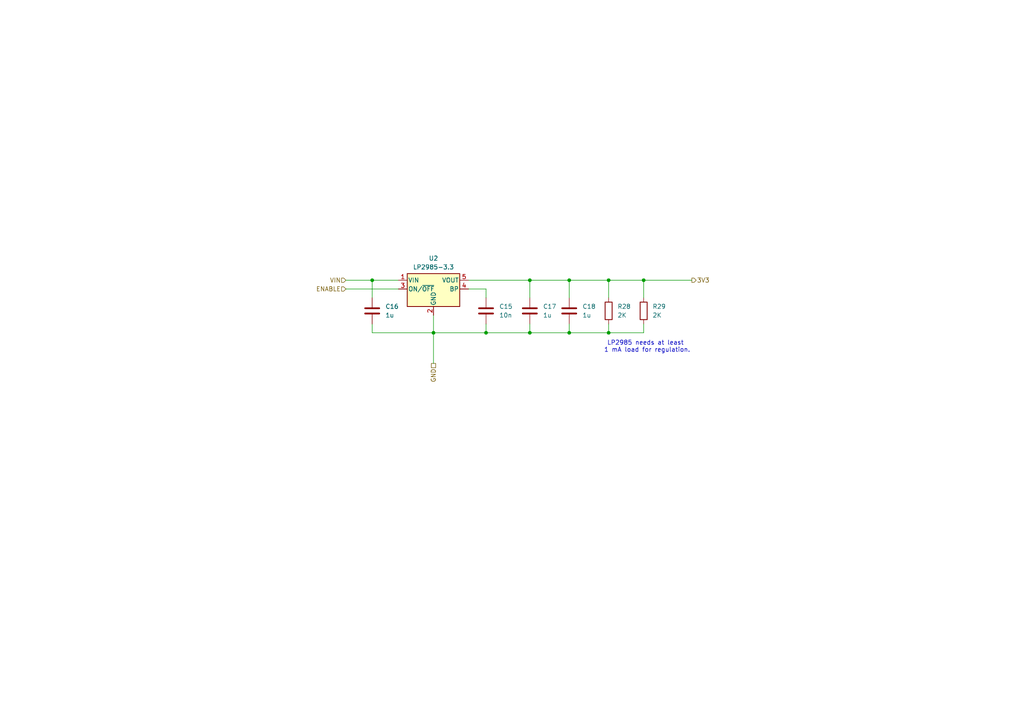
<source format=kicad_sch>
(kicad_sch (version 20231120) (generator "eeschema") (generator_version "8.0")
  (paper "A4")
  (lib_symbols
    (symbol "Device:C" (pin_numbers hide) (pin_names (offset 0.254))
      (property "Reference" "C" (at 0.635 2.54 0))
      (property "Value" "C" (at 0.635 -2.54 0))
      (symbol "C_0_1"
        (polyline (pts (xy -2.032 -0.762) (xy 2.032 -0.762)) (stroke (width 0.508)))
        (polyline (pts (xy -2.032 0.762) (xy 2.032 0.762)) (stroke (width 0.508)))
      )
      (symbol "C_1_1"
        (pin passive line (at 0 3.81 270) (length 2.794) (name "~") (number "1"))
        (pin passive line (at 0 -3.81 90) (length 2.794) (name "~") (number "2"))
      )
    )
    (symbol "Device:R" (pin_numbers hide) (pin_names (offset 0))
      (property "Reference" "R" (at 2.032 0 90))
      (property "Value" "R" (at 0 0 90))
      (symbol "R_0_1"
        (rectangle (start -1.016 -2.54) (end 1.016 2.54) (stroke (width 0.254)))
      )
      (symbol "R_1_1"
        (pin passive line (at 0 3.81 270) (length 1.27) (name "~") (number "1"))
        (pin passive line (at 0 -3.81 90) (length 1.27) (name "~") (number "2"))
      )
    )
    (symbol "Regulator_Linear:LP2985-3.3" (pin_names (offset 0.254))
      (property "Reference" "U" (at -6.35 5.715 0))
      (property "Value" "LP2985-3.3" (at 0 5.715 0))
      (symbol "LP2985-3.3_0_1"
        (rectangle (start -7.62 -5.08) (end 7.62 4.445) (stroke (width 0.254)) (fill (type background)))
      )
      (symbol "LP2985-3.3_1_1"
        (pin power_in line (at -10.16 2.54 0) (length 2.54) (name "VIN") (number "1"))
        (pin power_in line (at 0 -7.62 90) (length 2.54) (name "GND") (number "2"))
        (pin input line (at -10.16 0 0) (length 2.54) (name "ON/~{OFF}") (number "3"))
        (pin input line (at 10.16 0 180) (length 2.54) (name "BP") (number "4"))
        (pin power_out line (at 10.16 2.54 180) (length 2.54) (name "VOUT") (number "5"))
      )
    )
  )
  (junction (at 140.97 96.52))
  (junction (at 176.53 96.52))
  (junction (at 176.53 81.28))
  (junction (at 107.95 81.28))
  (junction (at 153.67 96.52))
  (junction (at 125.73 96.52))
  (junction (at 186.69 81.28))
  (junction (at 165.1 96.52))
  (junction (at 153.67 81.28))
  (junction (at 165.1 81.28))
  (wire (pts (xy 153.67 93.98) (xy 153.67 96.52)))
  (wire (pts (xy 186.69 93.98) (xy 186.69 96.52)))
  (wire (pts (xy 186.69 81.28) (xy 186.69 86.36)))
  (wire (pts (xy 186.69 81.28) (xy 200.66 81.28)))
  (wire (pts (xy 165.1 93.98) (xy 165.1 96.52)))
  (wire (pts (xy 176.53 81.28) (xy 176.53 86.36)))
  (wire (pts (xy 165.1 86.36) (xy 165.1 81.28)))
  (wire (pts (xy 176.53 93.98) (xy 176.53 96.52)))
  (wire (pts (xy 107.95 93.98) (xy 107.95 96.52)))
  (wire (pts (xy 165.1 96.52) (xy 153.67 96.52)))
  (wire (pts (xy 140.97 93.98) (xy 140.97 96.52)))
  (wire (pts (xy 135.89 81.28) (xy 153.67 81.28)))
  (wire (pts (xy 176.53 81.28) (xy 186.69 81.28)))
  (wire (pts (xy 140.97 83.82) (xy 140.97 86.36)))
  (wire (pts (xy 107.95 81.28) (xy 107.95 86.36)))
  (wire (pts (xy 107.95 81.28) (xy 115.57 81.28)))
  (wire (pts (xy 135.89 83.82) (xy 140.97 83.82)))
  (wire (pts (xy 125.73 96.52) (xy 140.97 96.52)))
  (wire (pts (xy 153.67 81.28) (xy 165.1 81.28)))
  (wire (pts (xy 100.33 81.28) (xy 107.95 81.28)))
  (wire (pts (xy 100.33 83.82) (xy 115.57 83.82)))
  (wire (pts (xy 153.67 81.28) (xy 153.67 86.36)))
  (wire (pts (xy 125.73 91.44) (xy 125.73 96.52)))
  (wire (pts (xy 176.53 96.52) (xy 165.1 96.52)))
  (wire (pts (xy 107.95 96.52) (xy 125.73 96.52)))
  (wire (pts (xy 165.1 81.28) (xy 176.53 81.28)))
  (wire (pts (xy 186.69 96.52) (xy 176.53 96.52)))
  (wire (pts (xy 153.67 96.52) (xy 140.97 96.52)))
  (wire (pts (xy 125.73 96.52) (xy 125.73 105.41)))
  (text "LP2985 needs at least \n1 mA load for regulation." (at 187.706 100.584 0) (effects (font (size 1.27 1.27))))
  (hierarchical_label "GND" (shape passive) (at 125.73 105.41 270))
  (hierarchical_label "VIN" (shape input) (at 100.33 81.28 180))
  (hierarchical_label "ENABLE" (shape input) (at 100.33 83.82 180))
  (hierarchical_label "3V3" (shape output) (at 200.66 81.28 0))
  (symbol (lib_id "Device:C") (at 153.67 90.17 0) (unit 1)
    (property "Reference" "C17" (at 157.48 88.8999 0) (effects (justify left)))
    (property "Value" "1u" (at 157.48 91.4399 0) (effects (justify left)))
    (property "Description" "Unpolarized capacitor" (effects (hide yes)))
  )
  (symbol (lib_id "Device:C") (at 140.97 90.17 0) (unit 1)
    (property "Reference" "C15" (at 144.78 88.8999 0) (effects (justify left)))
    (property "Value" "10n" (at 144.78 91.4399 0) (effects (justify left)))
    (property "Description" "Unpolarized capacitor" (effects (hide yes)))
  )
  (symbol (lib_id "Regulator_Linear:LP2985-3.3") (at 125.73 83.82 0) (unit 1)
    (property "Reference" "U2" (at 125.73 74.93 0))
    (property "Value" "LP2985-3.3" (at 125.73 77.47 0))
    (property "Footprint" "Package_TO_SOT_SMD:SOT-23-5" (effects (hide yes)))
    (property "Datasheet" "http://www.ti.com/lit/ds/symlink/lp2985.pdf" (effects (hide yes)))
    (property "Description" "150mA 16V Low-noise Low-dropout Regulator With Shutdown, 3.3V output voltage, SOT-23-5" (effects (hide yes)))
  )
  (symbol (lib_id "Device:C") (at 107.95 90.17 0) (unit 1)
    (property "Reference" "C16" (at 111.76 88.8999 0) (effects (justify left)))
    (property "Value" "1u" (at 111.76 91.4399 0) (effects (justify left)))
    (property "Description" "Unpolarized capacitor" (effects (hide yes)))
  )
  (symbol (lib_id "Device:R") (at 176.53 90.17 0) (unit 1)
    (property "Reference" "R28" (at 179.07 88.8999 0) (effects (justify left)))
    (property "Value" "2K" (at 179.07 91.4399 0) (effects (justify left)))
    (property "Description" "Resistor" (effects (hide yes)))
  )
  (symbol (lib_id "Device:C") (at 165.1 90.17 0) (unit 1)
    (property "Reference" "C18" (at 168.91 88.8999 0) (effects (justify left)))
    (property "Value" "1u" (at 168.91 91.4399 0) (effects (justify left)))
    (property "Description" "Unpolarized capacitor" (effects (hide yes)))
  )
  (symbol (lib_id "Device:R") (at 186.69 90.17 0) (unit 1)
    (property "Reference" "R29" (at 189.23 88.8999 0) (effects (justify left)))
    (property "Value" "2K" (at 189.23 91.4399 0) (effects (justify left)))
    (property "Description" "Resistor" (effects (hide yes)))
  )
)
</source>
